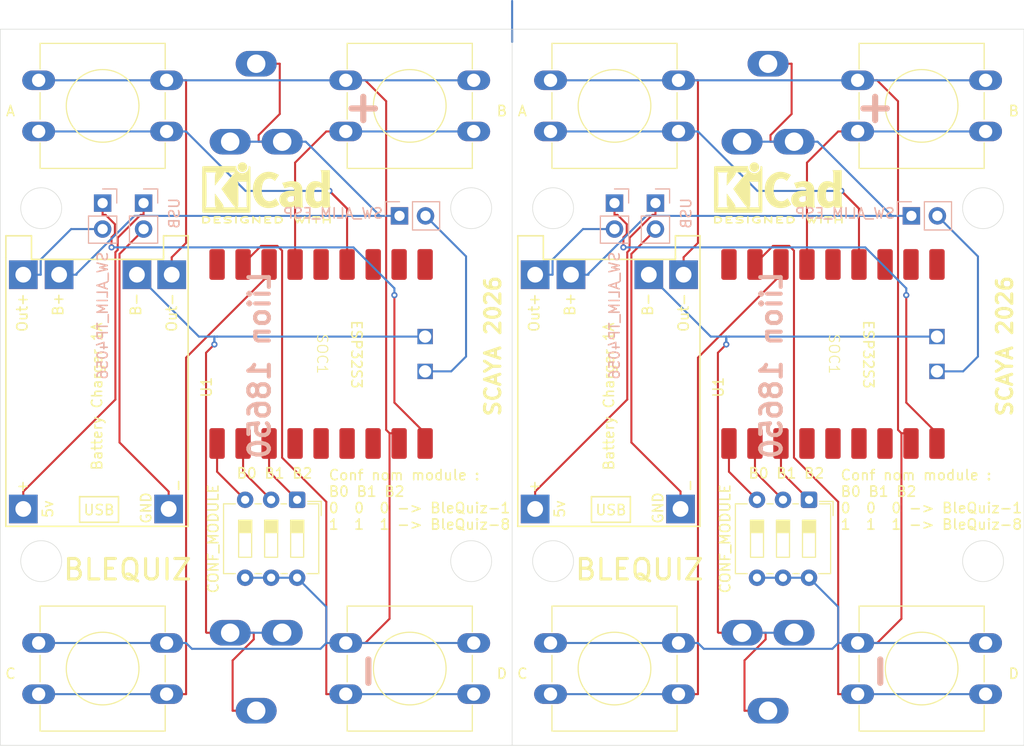
<source format=kicad_pcb>
(kicad_pcb
	(version 20241229)
	(generator "pcbnew")
	(generator_version "9.0")
	(general
		(thickness 1.6)
		(legacy_teardrops no)
	)
	(paper "A4")
	(layers
		(0 "F.Cu" signal)
		(2 "B.Cu" signal)
		(9 "F.Adhes" user "F.Adhesive")
		(11 "B.Adhes" user "B.Adhesive")
		(13 "F.Paste" user)
		(15 "B.Paste" user)
		(5 "F.SilkS" user "F.Silkscreen")
		(7 "B.SilkS" user "B.Silkscreen")
		(1 "F.Mask" user)
		(3 "B.Mask" user)
		(17 "Dwgs.User" user "User.Drawings")
		(19 "Cmts.User" user "User.Comments")
		(21 "Eco1.User" user "User.Eco1")
		(23 "Eco2.User" user "User.Eco2")
		(25 "Edge.Cuts" user)
		(27 "Margin" user)
		(31 "F.CrtYd" user "F.Courtyard")
		(29 "B.CrtYd" user "B.Courtyard")
		(35 "F.Fab" user)
		(33 "B.Fab" user)
		(39 "User.1" user)
		(41 "User.2" user)
		(43 "User.3" user)
		(45 "User.4" user)
	)
	(setup
		(pad_to_mask_clearance 0)
		(allow_soldermask_bridges_in_footprints no)
		(tenting front back)
		(pcbplotparams
			(layerselection 0x00000000_00000000_55555555_5755f5ff)
			(plot_on_all_layers_selection 0x00000000_00000000_00000000_00000000)
			(disableapertmacros no)
			(usegerberextensions no)
			(usegerberattributes yes)
			(usegerberadvancedattributes yes)
			(creategerberjobfile yes)
			(dashed_line_dash_ratio 12.000000)
			(dashed_line_gap_ratio 3.000000)
			(svgprecision 4)
			(plotframeref no)
			(mode 1)
			(useauxorigin no)
			(hpglpennumber 1)
			(hpglpenspeed 20)
			(hpglpendiameter 15.000000)
			(pdf_front_fp_property_popups yes)
			(pdf_back_fp_property_popups yes)
			(pdf_metadata yes)
			(pdf_single_document no)
			(dxfpolygonmode yes)
			(dxfimperialunits yes)
			(dxfusepcbnewfont yes)
			(psnegative no)
			(psa4output no)
			(plot_black_and_white yes)
			(sketchpadsonfab no)
			(plotpadnumbers no)
			(hidednponfab no)
			(sketchdnponfab yes)
			(crossoutdnponfab yes)
			(subtractmaskfromsilk no)
			(outputformat 1)
			(mirror no)
			(drillshape 1)
			(scaleselection 1)
			(outputdirectory "")
		)
	)
	(net 0 "")
	(net 1 "Net-(BT1-+)")
	(net 2 "Net-(BT1--)")
	(net 3 "Net-(J1-Pin_1)")
	(net 4 "Net-(J1-Pin_2)")
	(net 5 "Net-(SW1-A)")
	(net 6 "unconnected-(SOC1-Pad3)")
	(net 7 "Net-(SOC1-Pad5)")
	(net 8 "GND")
	(net 9 "Net-(SOC1-Pad4)")
	(net 10 "Net-(SOC1-Pad8)")
	(net 11 "unconnected-(SOC1-Pad3.3V)")
	(net 12 "Net-(SW7-B)")
	(net 13 "unconnected-(SOC1-PadTX)")
	(net 14 "unconnected-(SOC1-Pad11)")
	(net 15 "unconnected-(SOC1-Pad7)")
	(net 16 "Net-(SOC1-Pad6)")
	(net 17 "Net-(SOC1-Pad2)")
	(net 18 "unconnected-(SOC1-Pad1)")
	(net 19 "unconnected-(SOC1-Pad13)")
	(net 20 "Net-(SOC1-Pad9)")
	(net 21 "Net-(SOC1-Pad10)")
	(net 22 "unconnected-(SOC1-PadRX)")
	(net 23 "unconnected-(SOC1-Pad12)")
	(net 24 "Net-(SW1-B)")
	(footprint "SW_PUSH-12mm:SW_PUSH-12mm" (layer "F.Cu") (at 127.75 70))
	(footprint "SW_PUSH-12mm:SW_PUSH-12mm" (layer "F.Cu") (at 127.75 125))
	(footprint "Symbol:KiCad-Logo2_5mm_SilkScreen" (layer "F.Cu") (at 100 81))
	(footprint "SW_PUSH-12mm:SW_PUSH-12mm" (layer "F.Cu") (at 157.75 70))
	(footprint "TP4056-18650:TP4056-18650" (layer "F.Cu") (at 74.55 113.6 90))
	(footprint "ESP32_boards:ESP32S3_supermini" (layer "F.Cu") (at 105.45 96.75 -90))
	(footprint "Button_Switch_THT:SW_DIP_SPSTx03_Slide_6.7x9.18mm_W7.62mm_P2.54mm_LowProfile" (layer "F.Cu") (at 153 111 -90))
	(footprint "Symbol:KiCad-Logo2_5mm_SilkScreen" (layer "F.Cu") (at 150 81))
	(footprint "SW_PUSH-12mm:SW_PUSH-12mm" (layer "F.Cu") (at 77.75 70))
	(footprint "SW_PUSH-12mm:SW_PUSH-12mm" (layer "F.Cu") (at 157.75 125))
	(footprint "SW_PUSH-12mm:SW_PUSH-12mm" (layer "F.Cu") (at 77.75 125))
	(footprint "ESP32_boards:ESP32S3_supermini" (layer "F.Cu") (at 155.45 96.75 -90))
	(footprint "SW_PUSH-12mm:SW_PUSH-12mm" (layer "F.Cu") (at 107.75 125))
	(footprint "TP4056-18650:TP4056-18650" (layer "F.Cu") (at 124.55 113.6 90))
	(footprint "SW_PUSH-12mm:SW_PUSH-12mm" (layer "F.Cu") (at 107.75 70))
	(footprint "Button_Switch_THT:SW_DIP_SPSTx03_Slide_6.7x9.18mm_W7.62mm_P2.54mm_LowProfile" (layer "F.Cu") (at 103 111 -90))
	(footprint "TP4056-18650:18650_support" (layer "B.Cu") (at 99 100 -90))
	(footprint "Connector_PinHeader_2.54mm:PinHeader_1x02_P2.54mm_Vertical"
		(layer "B.Cu")
		(uuid "3bd31ed5-47bc-46a4-a18f-aa1e8c45b289")
		(at 113 83.25 -90)
		(descr "Through hole straight pin header, 1x02, 2.54mm pitch, single row")
		(tags "Through hole pin header THT 1x02 2.54mm single row")
		(property "Reference" "SW7"
			(at 0 2.38 90)
			(layer "B.SilkS")
			(hide yes)
			(uuid "93903203-fe21-4050-aaf3-2907b8546f09")
			(effects
				(font
					(size 1 1)
					(thickness 0.15)
				)
				(justify mirror)
			)
		)
		(property "Value" "SW_ALIM_ESP"
			(at -0.25 6.5 0)
			(layer "B.SilkS")
			(uuid "b1322026-c183-4ece-933c-7a6b0a834a0f")
			(effects
				(font
					(size 1 1)
					(thickness 0.15)
				)
				(justify mirror)
			)
		)
		(property "Datasheet" "~"
			(at 0 0 90)
			(layer "B.Fab")
			(hide yes)
			(uuid "b26b0954-d374-427f-8d47-8fcb892cb195")
			(effects
				(font
					(size 1.27 1.27)
					(thickness 0.15)
				)
				(justify mirror)
			)
		)
		(property "Description" "Single Pole Single Throw (SPST) switch"
			(at 0 0 90)
			(layer "B.Fab")
			(hide yes)
			(uuid "c96fcb46-e21f-4698-97a8-4a690ff03483")
			(effects
				(font
					(size 1.27 1.27)
					(thickness 0.15)
				)
				(justify mirror)
			)
		)
		(path "/3e8ce6a8-47fa-48e8-bca0-008b40312c0f")
		(sheetname "/")
		(sheetfile "BleQuiz-board.kicad_sch")
		(attr through_hole)
		(fp_line
			(start -1.38 1.38)
			(end 0 1.38)
			(stroke
				(width 0.12)
				(type solid)
			)
			(layer "B.SilkS")
			(uuid "79e4a83e-4bbd-4a5d-b865-29976ba91bae")
		)
		(fp_line
			(start -1.38 0)
			(end -1.38 1.38)
			(stroke
				(width 0.12)
				(type solid)
			)
			(layer "B.SilkS")
			(uuid "72a77a6e-5c90-4d5f-a848-610a2f483f11")
		)
		(fp_line
			(start -1.38 -1.27)
			(end 1.38 -1.27)
			(stroke
				(width 0.12)
				(type solid)
			)
			(layer "B.SilkS")
			(uuid "88ae9b1e-64e8-4992-8920-bd141a664da8")
		)
		(fp_line
			(start -1.38 -1.27)
			(end -1.38 -3.92)
			(stroke
				(width 0.12)
				(type solid)
			)
			(layer "B.SilkS")
			(uuid "58a4b3df-98bc-4579-b0ce-b2fac3709ad4")
		)
		(fp_line
			(start 1.38 -1.27)
			(end 1.38 -3.92)
			(stroke
				(width 0.12)
				(type solid)
			)
			(layer "B.SilkS")
			(uuid "ea71b3c5-b520-4332-88d8-c1bd1e2b07c5")
		)
		(fp_line
			(start -1.38 -3.92)
			(end 1.38 -3.92)
			(stroke
				(width 0.12)
				(type solid)
			)
			(layer "B.SilkS")
			(uuid "0cd4f19f-2126-4194-b3df-ce9bcab785f7")
		)
		(fp_line
			(start -1.77 1.77)
			(end -1.77 -4.32)
			(stroke
				(width 0.05)
				(type solid)
			)
			(layer "B.CrtYd")
			(uuid "8aeba423-8d38-48d1-827a-853265c887f4")
		)
		(fp_line
			(start 1.77 1.77)
			(end -1.77 1.77)
			(stroke
				(width 0.05)
				(type solid)
			)
			(layer "B.CrtYd")
			(uuid "97885b7b-f874-45c2-8d6b-bc9082cabdcd")
		)
		(fp_line
			(start -1.77 -4.32)
			(end 1.77 -4.32)
			(stroke
				(width 0.05)
				(type solid)
			)
			(layer "B.CrtYd")
			(uuid "ab3c01d5-1328-431b-a511-6bc2c1575f6c")
		)
		(fp_line
			(start 1.77 -4.32)
			(end 1.77 1.77)
			(stroke
				(width 0.05)
				(type solid)
			)
			(layer "B.CrtYd")
			(uuid "f156911f-6732-469c-a5c7-b17b0ef8874b")
		)
		(fp_line
			(start -0.635 1.27)
			(end 1.27 1.27)
			(stroke
				(width 0.1)
				(type solid)
			)
			(layer "B.Fab")
			(uuid "0d02a41c-daee-4a42-974e-f6b9dc0ec452")
		)
		(fp_line
			(start 1.27 1.27)
			(end 1.27 -3.81)
			(stroke
				(width 0.1)
				(type solid)
			)
			(layer "B.Fab")
			(uuid "58a74c42-9e7d-4f72-b6d7-5250d35546b0")
		)
		(fp_line
			(start -1.27 0.635)
			(end -0.635 1.27)
			(stroke
				(width 0.1)
				(type solid)
			)
			(layer "B.Fab")
			(uuid "30050cc0-f658-4175-91da-9d982d18e12e")
		)
		(fp_line
			(start -1.27 -3.81)
			(end -1.27 0.635)
			(stroke
				(width 0.1)
				(type solid)
			)
			(layer "B.Fab")
			(uuid "18964e67-5c35-4f83-92e9-47010cc5b4c7")
		)
		(fp_line
			(start 1.27 -3.81)
			(end -1.27 -3.81)
			(stroke
				(width 0.1)
				(type solid)
			)
			(layer "B.Fab")
			(uuid "ecd7cb2c-5e13-4e24-bfb9-50bc0efe70c0")
		)
		(fp_text user "${REFERENCE}"
			(at 0 -1.27 0)
			(layer "B.Fab")
			(uuid "2732665f-aeb3-4d3b-88de-71e9b7e31196")
			(effects
				(font
					(size 1 1)
					(thickness 0.15)
				)
				(justify mirror)
			)
		)
		(pad "1" thru_hole rect
			(at 0 0 270)
			(size 1.7 1.7)
			(drill 1)
			(layers "*.Cu" "*.Mask")
			(remove_unused_layers no)
			(net 1 "Net-(BT1-+)")
			(pinfunction "A")
			(pintype "passive")
			(uuid "a2fb8fd4-9b50-411d-a5b0-33d2a3287c9a")
		)
		(pad "2" thru_hole circle
			(at 0 -2.54 270)
			(size 1.7 1.7)
			(drill 1)
			(layers "*.Cu" "*.Mask")
			(remove_unused_layers no)
			(net 12 "Net-(SW7-B
... [70701 chars truncated]
</source>
